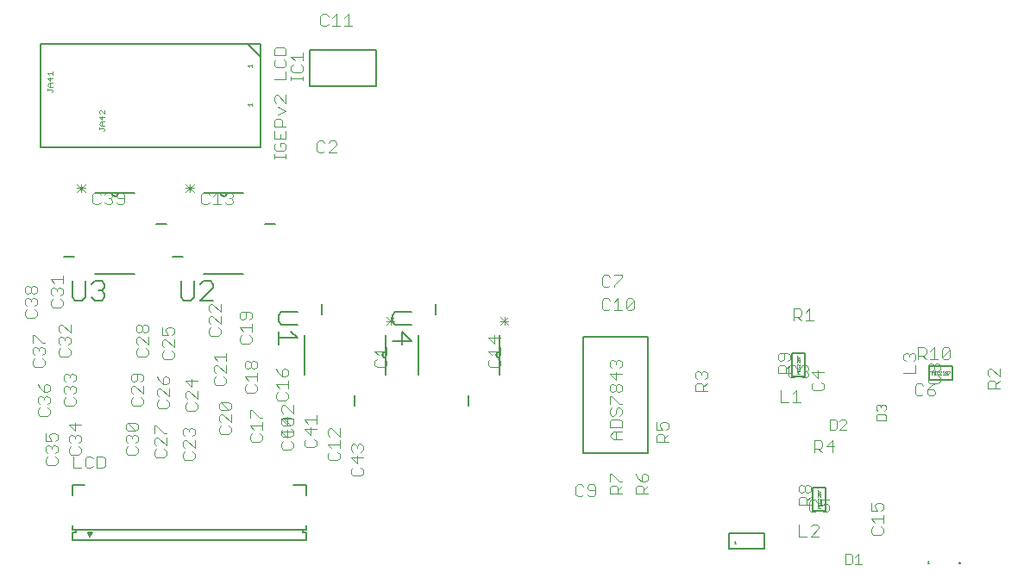
<source format=gtl>
G75*
G70*
%OFA0B0*%
%FSLAX24Y24*%
%IPPOS*%
%LPD*%
%AMOC8*
5,1,8,0,0,1.08239X$1,22.5*
%
%ADD10C,0.0050*%
%ADD11C,0.0040*%
%ADD12C,0.0020*%
%ADD13C,0.0010*%
%ADD14C,0.0060*%
%ADD15C,0.0030*%
%ADD16C,0.0080*%
D10*
X023400Y005350D02*
X025900Y005350D01*
X025900Y009850D01*
X023400Y009850D01*
X023400Y005350D01*
X029012Y002237D02*
X029012Y001647D01*
X030390Y001647D01*
X030390Y002237D01*
X029012Y002237D01*
X032249Y003099D02*
X032761Y003099D01*
X032761Y004004D01*
X032249Y004004D01*
X032249Y003099D01*
X031961Y008299D02*
X031449Y008299D01*
X031449Y009204D01*
X031961Y009204D01*
X031961Y008299D01*
X036749Y008189D02*
X037654Y008189D01*
X037654Y008701D01*
X036749Y008701D01*
X036749Y008189D01*
X010926Y017172D02*
X010926Y020672D01*
X010426Y021172D01*
X002426Y021172D01*
X002426Y017172D01*
X010926Y017172D01*
X010926Y020672D02*
X010926Y021172D01*
X010426Y021172D01*
D11*
X011446Y020962D02*
X011446Y020732D01*
X011906Y020732D01*
X011906Y020962D01*
X011829Y021039D01*
X011522Y021039D01*
X011446Y020962D01*
X011522Y020578D02*
X011446Y020501D01*
X011446Y020348D01*
X011522Y020271D01*
X011829Y020271D01*
X011906Y020348D01*
X011906Y020501D01*
X011829Y020578D01*
X012100Y020691D02*
X012560Y020691D01*
X012560Y020844D02*
X012560Y020537D01*
X012483Y020384D02*
X012560Y020307D01*
X012560Y020154D01*
X012483Y020077D01*
X012176Y020077D01*
X012100Y020154D01*
X012100Y020307D01*
X012176Y020384D01*
X012253Y020537D02*
X012100Y020691D01*
X011906Y020118D02*
X011906Y019811D01*
X011446Y019811D01*
X012100Y019847D02*
X012560Y019847D01*
X012560Y019923D02*
X012560Y019770D01*
X012100Y019770D02*
X012100Y019923D01*
X011906Y019197D02*
X011906Y018890D01*
X011599Y019197D01*
X011522Y019197D01*
X011446Y019120D01*
X011446Y018967D01*
X011522Y018890D01*
X011599Y018737D02*
X011906Y018583D01*
X011599Y018430D01*
X011522Y018276D02*
X011676Y018276D01*
X011753Y018199D01*
X011753Y017969D01*
X011906Y017969D02*
X011446Y017969D01*
X011446Y018199D01*
X011522Y018276D01*
X011446Y017816D02*
X011446Y017509D01*
X011906Y017509D01*
X011906Y017816D01*
X011676Y017662D02*
X011676Y017509D01*
X011676Y017355D02*
X011676Y017202D01*
X011676Y017355D02*
X011829Y017355D01*
X011906Y017279D01*
X011906Y017125D01*
X011829Y017049D01*
X011522Y017049D01*
X011446Y017125D01*
X011446Y017279D01*
X011522Y017355D01*
X011446Y016895D02*
X011446Y016742D01*
X011446Y016818D02*
X011906Y016818D01*
X011906Y016742D02*
X011906Y016895D01*
X013099Y017047D02*
X013176Y016970D01*
X013329Y016970D01*
X013406Y017047D01*
X013560Y016970D02*
X013867Y017277D01*
X013867Y017354D01*
X013790Y017430D01*
X013636Y017430D01*
X013560Y017354D01*
X013406Y017354D02*
X013329Y017430D01*
X013176Y017430D01*
X013099Y017354D01*
X013099Y017047D01*
X013560Y016970D02*
X013867Y016970D01*
X009867Y015354D02*
X009867Y015277D01*
X009790Y015200D01*
X009867Y015123D01*
X009867Y015047D01*
X009790Y014970D01*
X009636Y014970D01*
X009560Y015047D01*
X009406Y014970D02*
X009099Y014970D01*
X009253Y014970D02*
X009253Y015430D01*
X009099Y015277D01*
X008946Y015354D02*
X008869Y015430D01*
X008716Y015430D01*
X008639Y015354D01*
X008639Y015047D01*
X008716Y014970D01*
X008869Y014970D01*
X008946Y015047D01*
X009560Y015354D02*
X009636Y015430D01*
X009790Y015430D01*
X009867Y015354D01*
X009790Y015200D02*
X009713Y015200D01*
X005667Y015200D02*
X005436Y015200D01*
X005360Y015277D01*
X005360Y015354D01*
X005436Y015430D01*
X005590Y015430D01*
X005667Y015354D01*
X005667Y015047D01*
X005590Y014970D01*
X005436Y014970D01*
X005360Y015047D01*
X005206Y015047D02*
X005129Y014970D01*
X004976Y014970D01*
X004899Y015047D01*
X004746Y015047D02*
X004669Y014970D01*
X004516Y014970D01*
X004439Y015047D01*
X004439Y015354D01*
X004516Y015430D01*
X004669Y015430D01*
X004746Y015354D01*
X004899Y015354D02*
X004976Y015430D01*
X005129Y015430D01*
X005206Y015354D01*
X005206Y015277D01*
X005129Y015200D01*
X005206Y015123D01*
X005206Y015047D01*
X005129Y015200D02*
X005053Y015200D01*
X003280Y012217D02*
X003280Y011910D01*
X003280Y012063D02*
X002820Y012063D01*
X002973Y011910D01*
X002973Y011756D02*
X003050Y011679D01*
X003127Y011756D01*
X003203Y011756D01*
X003280Y011679D01*
X003280Y011526D01*
X003203Y011449D01*
X003203Y011296D02*
X003280Y011219D01*
X003280Y011066D01*
X003203Y010989D01*
X002896Y010989D01*
X002820Y011066D01*
X002820Y011219D01*
X002896Y011296D01*
X002896Y011449D02*
X002820Y011526D01*
X002820Y011679D01*
X002896Y011756D01*
X002973Y011756D01*
X003050Y011679D02*
X003050Y011603D01*
X002280Y011586D02*
X002203Y011510D01*
X002127Y011510D01*
X002050Y011586D01*
X002050Y011740D01*
X002127Y011817D01*
X002203Y011817D01*
X002280Y011740D01*
X002280Y011586D01*
X002050Y011586D02*
X001973Y011510D01*
X001896Y011510D01*
X001820Y011586D01*
X001820Y011740D01*
X001896Y011817D01*
X001973Y011817D01*
X002050Y011740D01*
X002127Y011356D02*
X002203Y011356D01*
X002280Y011279D01*
X002280Y011126D01*
X002203Y011049D01*
X002203Y010896D02*
X002280Y010819D01*
X002280Y010666D01*
X002203Y010589D01*
X001896Y010589D01*
X001820Y010666D01*
X001820Y010819D01*
X001896Y010896D01*
X001896Y011049D02*
X001820Y011126D01*
X001820Y011279D01*
X001896Y011356D01*
X001973Y011356D01*
X002050Y011279D01*
X002127Y011356D01*
X002050Y011279D02*
X002050Y011203D01*
X003120Y010240D02*
X003120Y010086D01*
X003196Y010010D01*
X003196Y009856D02*
X003120Y009779D01*
X003120Y009626D01*
X003196Y009549D01*
X003196Y009396D02*
X003120Y009319D01*
X003120Y009166D01*
X003196Y009089D01*
X003503Y009089D01*
X003580Y009166D01*
X003580Y009319D01*
X003503Y009396D01*
X003503Y009549D02*
X003580Y009626D01*
X003580Y009779D01*
X003503Y009856D01*
X003427Y009856D01*
X003350Y009779D01*
X003350Y009703D01*
X003350Y009779D02*
X003273Y009856D01*
X003196Y009856D01*
X003580Y010010D02*
X003273Y010317D01*
X003196Y010317D01*
X003120Y010240D01*
X003580Y010317D02*
X003580Y010010D01*
X002580Y009610D02*
X002503Y009610D01*
X002196Y009917D01*
X002120Y009917D01*
X002120Y009610D01*
X002196Y009456D02*
X002273Y009456D01*
X002350Y009379D01*
X002427Y009456D01*
X002503Y009456D01*
X002580Y009379D01*
X002580Y009226D01*
X002503Y009149D01*
X002503Y008996D02*
X002580Y008919D01*
X002580Y008766D01*
X002503Y008689D01*
X002196Y008689D01*
X002120Y008766D01*
X002120Y008919D01*
X002196Y008996D01*
X002196Y009149D02*
X002120Y009226D01*
X002120Y009379D01*
X002196Y009456D01*
X002350Y009379D02*
X002350Y009303D01*
X003320Y008340D02*
X003396Y008417D01*
X003473Y008417D01*
X003550Y008340D01*
X003627Y008417D01*
X003703Y008417D01*
X003780Y008340D01*
X003780Y008186D01*
X003703Y008110D01*
X003703Y007956D02*
X003780Y007879D01*
X003780Y007726D01*
X003703Y007649D01*
X003703Y007496D02*
X003780Y007419D01*
X003780Y007266D01*
X003703Y007189D01*
X003396Y007189D01*
X003320Y007266D01*
X003320Y007419D01*
X003396Y007496D01*
X003396Y007649D02*
X003320Y007726D01*
X003320Y007879D01*
X003396Y007956D01*
X003473Y007956D01*
X003550Y007879D01*
X003627Y007956D01*
X003703Y007956D01*
X003550Y007879D02*
X003550Y007803D01*
X003396Y008110D02*
X003320Y008186D01*
X003320Y008340D01*
X003550Y008340D02*
X003550Y008263D01*
X002780Y007940D02*
X002780Y007786D01*
X002703Y007710D01*
X002550Y007710D01*
X002550Y007940D01*
X002627Y008017D01*
X002703Y008017D01*
X002780Y007940D01*
X002550Y007710D02*
X002396Y007863D01*
X002320Y008017D01*
X002396Y007556D02*
X002473Y007556D01*
X002550Y007479D01*
X002627Y007556D01*
X002703Y007556D01*
X002780Y007479D01*
X002780Y007326D01*
X002703Y007249D01*
X002703Y007096D02*
X002780Y007019D01*
X002780Y006866D01*
X002703Y006789D01*
X002396Y006789D01*
X002320Y006866D01*
X002320Y007019D01*
X002396Y007096D01*
X002396Y007249D02*
X002320Y007326D01*
X002320Y007479D01*
X002396Y007556D01*
X002550Y007479D02*
X002550Y007403D01*
X003750Y006517D02*
X003750Y006210D01*
X003520Y006440D01*
X003980Y006440D01*
X003903Y006056D02*
X003980Y005979D01*
X003980Y005826D01*
X003903Y005749D01*
X003903Y005596D02*
X003980Y005519D01*
X003980Y005366D01*
X003903Y005289D01*
X003596Y005289D01*
X003520Y005366D01*
X003520Y005519D01*
X003596Y005596D01*
X003596Y005749D02*
X003520Y005826D01*
X003520Y005979D01*
X003596Y006056D01*
X003673Y006056D01*
X003750Y005979D01*
X003827Y006056D01*
X003903Y006056D01*
X003750Y005979D02*
X003750Y005903D01*
X003080Y005886D02*
X003003Y005810D01*
X003080Y005886D02*
X003080Y006040D01*
X003003Y006117D01*
X002850Y006117D01*
X002773Y006040D01*
X002773Y005963D01*
X002850Y005810D01*
X002620Y005810D01*
X002620Y006117D01*
X002696Y005656D02*
X002773Y005656D01*
X002850Y005579D01*
X002927Y005656D01*
X003003Y005656D01*
X003080Y005579D01*
X003080Y005426D01*
X003003Y005349D01*
X003003Y005196D02*
X003080Y005119D01*
X003080Y004966D01*
X003003Y004889D01*
X002696Y004889D01*
X002620Y004966D01*
X002620Y005119D01*
X002696Y005196D01*
X002696Y005349D02*
X002620Y005426D01*
X002620Y005579D01*
X002696Y005656D01*
X002850Y005579D02*
X002850Y005503D01*
X003682Y005224D02*
X003682Y004763D01*
X003989Y004763D01*
X004143Y004840D02*
X004143Y005147D01*
X004219Y005224D01*
X004373Y005224D01*
X004450Y005147D01*
X004603Y005224D02*
X004603Y004763D01*
X004833Y004763D01*
X004910Y004840D01*
X004910Y005147D01*
X004833Y005224D01*
X004603Y005224D01*
X004450Y004840D02*
X004373Y004763D01*
X004219Y004763D01*
X004143Y004840D01*
X005720Y005366D02*
X005796Y005289D01*
X006103Y005289D01*
X006180Y005366D01*
X006180Y005519D01*
X006103Y005596D01*
X006103Y005749D02*
X006180Y005826D01*
X006180Y005979D01*
X006103Y006056D01*
X006027Y006056D01*
X005950Y005979D01*
X005950Y005903D01*
X005950Y005979D02*
X005873Y006056D01*
X005796Y006056D01*
X005720Y005979D01*
X005720Y005826D01*
X005796Y005749D01*
X005796Y005596D02*
X005720Y005519D01*
X005720Y005366D01*
X005796Y006210D02*
X005720Y006286D01*
X005720Y006440D01*
X005796Y006517D01*
X006103Y006210D01*
X006180Y006286D01*
X006180Y006440D01*
X006103Y006517D01*
X005796Y006517D01*
X005796Y006210D02*
X006103Y006210D01*
X006820Y006110D02*
X006820Y006417D01*
X006896Y006417D01*
X007203Y006110D01*
X007280Y006110D01*
X007280Y005956D02*
X007280Y005649D01*
X006973Y005956D01*
X006896Y005956D01*
X006820Y005879D01*
X006820Y005726D01*
X006896Y005649D01*
X006896Y005496D02*
X006820Y005419D01*
X006820Y005266D01*
X006896Y005189D01*
X007203Y005189D01*
X007280Y005266D01*
X007280Y005419D01*
X007203Y005496D01*
X007920Y005626D02*
X007920Y005779D01*
X007996Y005856D01*
X008073Y005856D01*
X008380Y005549D01*
X008380Y005856D01*
X008303Y006010D02*
X008380Y006086D01*
X008380Y006240D01*
X008303Y006317D01*
X008227Y006317D01*
X008150Y006240D01*
X008150Y006163D01*
X008150Y006240D02*
X008073Y006317D01*
X007996Y006317D01*
X007920Y006240D01*
X007920Y006086D01*
X007996Y006010D01*
X007920Y005626D02*
X007996Y005549D01*
X007996Y005396D02*
X007920Y005319D01*
X007920Y005166D01*
X007996Y005089D01*
X008303Y005089D01*
X008380Y005166D01*
X008380Y005319D01*
X008303Y005396D01*
X009320Y006166D02*
X009396Y006089D01*
X009703Y006089D01*
X009780Y006166D01*
X009780Y006319D01*
X009703Y006396D01*
X009780Y006549D02*
X009473Y006856D01*
X009396Y006856D01*
X009320Y006779D01*
X009320Y006626D01*
X009396Y006549D01*
X009396Y006396D02*
X009320Y006319D01*
X009320Y006166D01*
X009780Y006549D02*
X009780Y006856D01*
X009703Y007010D02*
X009396Y007317D01*
X009703Y007317D01*
X009780Y007240D01*
X009780Y007086D01*
X009703Y007010D01*
X009396Y007010D01*
X009320Y007086D01*
X009320Y007240D01*
X009396Y007317D01*
X009503Y007989D02*
X009580Y008066D01*
X009580Y008219D01*
X009503Y008296D01*
X009580Y008449D02*
X009273Y008756D01*
X009196Y008756D01*
X009120Y008679D01*
X009120Y008526D01*
X009196Y008449D01*
X009196Y008296D02*
X009120Y008219D01*
X009120Y008066D01*
X009196Y007989D01*
X009503Y007989D01*
X009580Y008449D02*
X009580Y008756D01*
X009580Y008910D02*
X009580Y009217D01*
X009580Y009063D02*
X009120Y009063D01*
X009273Y008910D01*
X010320Y008840D02*
X010320Y008686D01*
X010396Y008610D01*
X010473Y008610D01*
X010550Y008686D01*
X010550Y008840D01*
X010627Y008917D01*
X010703Y008917D01*
X010780Y008840D01*
X010780Y008686D01*
X010703Y008610D01*
X010627Y008610D01*
X010550Y008686D01*
X010550Y008840D02*
X010473Y008917D01*
X010396Y008917D01*
X010320Y008840D01*
X010780Y008456D02*
X010780Y008149D01*
X010780Y008303D02*
X010320Y008303D01*
X010473Y008149D01*
X010396Y007996D02*
X010320Y007919D01*
X010320Y007766D01*
X010396Y007689D01*
X010703Y007689D01*
X010780Y007766D01*
X010780Y007919D01*
X010703Y007996D01*
X011520Y008003D02*
X011980Y008003D01*
X011980Y008156D02*
X011980Y007849D01*
X011903Y007696D02*
X011980Y007619D01*
X011980Y007466D01*
X011903Y007389D01*
X011596Y007389D01*
X011520Y007466D01*
X011520Y007619D01*
X011596Y007696D01*
X011673Y007849D02*
X011520Y008003D01*
X011750Y008310D02*
X011750Y008540D01*
X011827Y008617D01*
X011903Y008617D01*
X011980Y008540D01*
X011980Y008386D01*
X011903Y008310D01*
X011750Y008310D01*
X011596Y008463D01*
X011520Y008617D01*
X010503Y009589D02*
X010196Y009589D01*
X010120Y009666D01*
X010120Y009819D01*
X010196Y009896D01*
X010273Y010049D02*
X010120Y010203D01*
X010580Y010203D01*
X010580Y010356D02*
X010580Y010049D01*
X010503Y009896D02*
X010580Y009819D01*
X010580Y009666D01*
X010503Y009589D01*
X009380Y009966D02*
X009380Y010119D01*
X009303Y010196D01*
X009380Y010349D02*
X009073Y010656D01*
X008996Y010656D01*
X008920Y010579D01*
X008920Y010426D01*
X008996Y010349D01*
X008996Y010196D02*
X008920Y010119D01*
X008920Y009966D01*
X008996Y009889D01*
X009303Y009889D01*
X009380Y009966D01*
X009380Y010349D02*
X009380Y010656D01*
X009380Y010810D02*
X009073Y011117D01*
X008996Y011117D01*
X008920Y011040D01*
X008920Y010886D01*
X008996Y010810D01*
X009380Y010810D02*
X009380Y011117D01*
X010120Y010740D02*
X010120Y010586D01*
X010196Y010510D01*
X010273Y010510D01*
X010350Y010586D01*
X010350Y010817D01*
X010503Y010817D02*
X010196Y010817D01*
X010120Y010740D01*
X010503Y010817D02*
X010580Y010740D01*
X010580Y010586D01*
X010503Y010510D01*
X007580Y010140D02*
X007580Y009986D01*
X007503Y009910D01*
X007350Y009910D02*
X007273Y010063D01*
X007273Y010140D01*
X007350Y010217D01*
X007503Y010217D01*
X007580Y010140D01*
X007350Y009910D02*
X007120Y009910D01*
X007120Y010217D01*
X006580Y010240D02*
X006580Y010086D01*
X006503Y010010D01*
X006427Y010010D01*
X006350Y010086D01*
X006350Y010240D01*
X006427Y010317D01*
X006503Y010317D01*
X006580Y010240D01*
X006350Y010240D02*
X006273Y010317D01*
X006196Y010317D01*
X006120Y010240D01*
X006120Y010086D01*
X006196Y010010D01*
X006273Y010010D01*
X006350Y010086D01*
X006273Y009856D02*
X006196Y009856D01*
X006120Y009779D01*
X006120Y009626D01*
X006196Y009549D01*
X006196Y009396D02*
X006120Y009319D01*
X006120Y009166D01*
X006196Y009089D01*
X006503Y009089D01*
X006580Y009166D01*
X006580Y009319D01*
X006503Y009396D01*
X006580Y009549D02*
X006273Y009856D01*
X006580Y009856D02*
X006580Y009549D01*
X007120Y009526D02*
X007120Y009679D01*
X007196Y009756D01*
X007273Y009756D01*
X007580Y009449D01*
X007580Y009756D01*
X007196Y009449D02*
X007120Y009526D01*
X007196Y009296D02*
X007120Y009219D01*
X007120Y009066D01*
X007196Y008989D01*
X007503Y008989D01*
X007580Y009066D01*
X007580Y009219D01*
X007503Y009296D01*
X007303Y008317D02*
X007227Y008317D01*
X007150Y008240D01*
X007150Y008010D01*
X007303Y008010D01*
X007380Y008086D01*
X007380Y008240D01*
X007303Y008317D01*
X006996Y008163D02*
X007150Y008010D01*
X007073Y007856D02*
X006996Y007856D01*
X006920Y007779D01*
X006920Y007626D01*
X006996Y007549D01*
X006996Y007396D02*
X006920Y007319D01*
X006920Y007166D01*
X006996Y007089D01*
X007303Y007089D01*
X007380Y007166D01*
X007380Y007319D01*
X007303Y007396D01*
X007380Y007549D02*
X007073Y007856D01*
X007380Y007856D02*
X007380Y007549D01*
X008020Y007526D02*
X008096Y007449D01*
X008020Y007526D02*
X008020Y007679D01*
X008096Y007756D01*
X008173Y007756D01*
X008480Y007449D01*
X008480Y007756D01*
X008250Y007910D02*
X008250Y008217D01*
X008480Y008140D02*
X008020Y008140D01*
X008250Y007910D01*
X008403Y007296D02*
X008480Y007219D01*
X008480Y007066D01*
X008403Y006989D01*
X008096Y006989D01*
X008020Y007066D01*
X008020Y007219D01*
X008096Y007296D01*
X006996Y008163D02*
X006920Y008317D01*
X006380Y008340D02*
X006380Y008186D01*
X006303Y008110D01*
X006150Y008186D02*
X006150Y008417D01*
X006303Y008417D02*
X005996Y008417D01*
X005920Y008340D01*
X005920Y008186D01*
X005996Y008110D01*
X006073Y008110D01*
X006150Y008186D01*
X006073Y007956D02*
X005996Y007956D01*
X005920Y007879D01*
X005920Y007726D01*
X005996Y007649D01*
X005996Y007496D02*
X005920Y007419D01*
X005920Y007266D01*
X005996Y007189D01*
X006303Y007189D01*
X006380Y007266D01*
X006380Y007419D01*
X006303Y007496D01*
X006380Y007649D02*
X006073Y007956D01*
X006380Y007956D02*
X006380Y007649D01*
X006380Y008340D02*
X006303Y008417D01*
X010520Y007017D02*
X010520Y006710D01*
X010520Y006403D02*
X010980Y006403D01*
X010980Y006556D02*
X010980Y006249D01*
X010903Y006096D02*
X010980Y006019D01*
X010980Y005866D01*
X010903Y005789D01*
X010596Y005789D01*
X010520Y005866D01*
X010520Y006019D01*
X010596Y006096D01*
X010673Y006249D02*
X010520Y006403D01*
X010903Y006710D02*
X010980Y006710D01*
X010903Y006710D02*
X010596Y007017D01*
X010520Y007017D01*
X011720Y006968D02*
X011796Y006891D01*
X011720Y006968D02*
X011720Y007121D01*
X011796Y007198D01*
X011873Y007198D01*
X012180Y006891D01*
X012180Y007198D01*
X012103Y006717D02*
X011796Y006717D01*
X012103Y006410D01*
X012180Y006486D01*
X012180Y006640D01*
X012103Y006717D01*
X012180Y006661D02*
X011720Y006661D01*
X011950Y006430D01*
X011950Y006737D01*
X011796Y006717D02*
X011720Y006640D01*
X011720Y006486D01*
X011796Y006410D01*
X012103Y006410D01*
X012103Y006277D02*
X012180Y006200D01*
X012180Y006047D01*
X012103Y005970D01*
X011796Y005970D01*
X011720Y006047D01*
X011720Y006200D01*
X011796Y006277D01*
X011720Y006179D02*
X011950Y005949D01*
X011950Y006256D01*
X012180Y006179D02*
X011720Y006179D01*
X011796Y005796D02*
X011720Y005719D01*
X011720Y005566D01*
X011796Y005489D01*
X012103Y005489D01*
X012180Y005566D01*
X012180Y005719D01*
X012103Y005796D01*
X012620Y005800D02*
X012620Y005647D01*
X012696Y005570D01*
X013003Y005570D01*
X013080Y005647D01*
X013080Y005800D01*
X013003Y005877D01*
X012850Y006030D02*
X012850Y006337D01*
X012773Y006491D02*
X012620Y006644D01*
X013080Y006644D01*
X013080Y006491D02*
X013080Y006798D01*
X013080Y006261D02*
X012620Y006261D01*
X012850Y006030D01*
X012696Y005877D02*
X012620Y005800D01*
X013520Y005684D02*
X013980Y005684D01*
X013980Y005837D02*
X013980Y005530D01*
X013903Y005377D02*
X013980Y005300D01*
X013980Y005147D01*
X013903Y005070D01*
X013596Y005070D01*
X013520Y005147D01*
X013520Y005300D01*
X013596Y005377D01*
X013673Y005530D02*
X013520Y005684D01*
X013596Y005991D02*
X013520Y006068D01*
X013520Y006221D01*
X013596Y006298D01*
X013673Y006298D01*
X013980Y005991D01*
X013980Y006298D01*
X014496Y005698D02*
X014573Y005698D01*
X014650Y005621D01*
X014727Y005698D01*
X014803Y005698D01*
X014880Y005621D01*
X014880Y005468D01*
X014803Y005391D01*
X014650Y005544D02*
X014650Y005621D01*
X014496Y005698D02*
X014420Y005621D01*
X014420Y005468D01*
X014496Y005391D01*
X014650Y005237D02*
X014650Y004930D01*
X014420Y005161D01*
X014880Y005161D01*
X014803Y004777D02*
X014880Y004700D01*
X014880Y004547D01*
X014803Y004470D01*
X014496Y004470D01*
X014420Y004547D01*
X014420Y004700D01*
X014496Y004777D01*
X015416Y008670D02*
X015723Y008670D01*
X015800Y008747D01*
X015800Y008900D01*
X015723Y008977D01*
X015800Y009130D02*
X015800Y009437D01*
X015800Y009284D02*
X015340Y009284D01*
X015493Y009130D01*
X015416Y008977D02*
X015340Y008900D01*
X015340Y008747D01*
X015416Y008670D01*
X019720Y008747D02*
X019796Y008670D01*
X020103Y008670D01*
X020180Y008747D01*
X020180Y008900D01*
X020103Y008977D01*
X020180Y009130D02*
X020180Y009437D01*
X020180Y009284D02*
X019720Y009284D01*
X019873Y009130D01*
X019796Y008977D02*
X019720Y008900D01*
X019720Y008747D01*
X019950Y009591D02*
X019950Y009898D01*
X020180Y009821D02*
X019720Y009821D01*
X019950Y009591D01*
X024120Y010947D02*
X024197Y010870D01*
X024350Y010870D01*
X024427Y010947D01*
X024580Y010870D02*
X024887Y010870D01*
X024734Y010870D02*
X024734Y011330D01*
X024580Y011177D01*
X024427Y011254D02*
X024350Y011330D01*
X024197Y011330D01*
X024120Y011254D01*
X024120Y010947D01*
X025041Y010947D02*
X025118Y010870D01*
X025271Y010870D01*
X025348Y010947D01*
X025348Y011254D01*
X025041Y010947D01*
X025041Y011254D01*
X025118Y011330D01*
X025271Y011330D01*
X025348Y011254D01*
X024580Y011770D02*
X024580Y011847D01*
X024887Y012154D01*
X024887Y012230D01*
X024580Y012230D01*
X024427Y012154D02*
X024350Y012230D01*
X024197Y012230D01*
X024120Y012154D01*
X024120Y011847D01*
X024197Y011770D01*
X024350Y011770D01*
X024427Y011847D01*
X024496Y008939D02*
X024573Y008939D01*
X024650Y008863D01*
X024727Y008939D01*
X024803Y008939D01*
X024880Y008863D01*
X024880Y008709D01*
X024803Y008632D01*
X024650Y008479D02*
X024650Y008172D01*
X024420Y008402D01*
X024880Y008402D01*
X024496Y008632D02*
X024420Y008709D01*
X024420Y008863D01*
X024496Y008939D01*
X024650Y008863D02*
X024650Y008786D01*
X024727Y008018D02*
X024803Y008018D01*
X024880Y007942D01*
X024880Y007788D01*
X024803Y007712D01*
X024727Y007712D01*
X024650Y007788D01*
X024650Y007942D01*
X024727Y008018D01*
X024650Y007942D02*
X024573Y008018D01*
X024496Y008018D01*
X024420Y007942D01*
X024420Y007788D01*
X024496Y007712D01*
X024573Y007712D01*
X024650Y007788D01*
X024496Y007558D02*
X024803Y007251D01*
X024880Y007251D01*
X024803Y007098D02*
X024880Y007021D01*
X024880Y006868D01*
X024803Y006791D01*
X024803Y006637D02*
X024496Y006637D01*
X024420Y006561D01*
X024420Y006330D01*
X024880Y006330D01*
X024880Y006561D01*
X024803Y006637D01*
X024573Y006791D02*
X024650Y006868D01*
X024650Y007021D01*
X024727Y007098D01*
X024803Y007098D01*
X024496Y007098D02*
X024420Y007021D01*
X024420Y006868D01*
X024496Y006791D01*
X024573Y006791D01*
X024420Y007251D02*
X024420Y007558D01*
X024496Y007558D01*
X026220Y006537D02*
X026220Y006230D01*
X026450Y006230D01*
X026373Y006384D01*
X026373Y006461D01*
X026450Y006537D01*
X026603Y006537D01*
X026680Y006461D01*
X026680Y006307D01*
X026603Y006230D01*
X026680Y006077D02*
X026527Y005923D01*
X026527Y006000D02*
X026527Y005770D01*
X026680Y005770D02*
X026220Y005770D01*
X026220Y006000D01*
X026296Y006077D01*
X026450Y006077D01*
X026527Y006000D01*
X024880Y005870D02*
X024573Y005870D01*
X024420Y006023D01*
X024573Y006177D01*
X024880Y006177D01*
X024650Y006177D02*
X024650Y005870D01*
X024496Y004537D02*
X024803Y004230D01*
X024880Y004230D01*
X024880Y004077D02*
X024727Y003923D01*
X024727Y004000D02*
X024727Y003770D01*
X024880Y003770D02*
X024420Y003770D01*
X024420Y004000D01*
X024496Y004077D01*
X024650Y004077D01*
X024727Y004000D01*
X024420Y004230D02*
X024420Y004537D01*
X024496Y004537D01*
X023867Y004054D02*
X023790Y004130D01*
X023636Y004130D01*
X023560Y004054D01*
X023560Y003977D01*
X023636Y003900D01*
X023867Y003900D01*
X023867Y003747D02*
X023867Y004054D01*
X023867Y003747D02*
X023790Y003670D01*
X023636Y003670D01*
X023560Y003747D01*
X023406Y003747D02*
X023329Y003670D01*
X023176Y003670D01*
X023099Y003747D01*
X023099Y004054D01*
X023176Y004130D01*
X023329Y004130D01*
X023406Y004054D01*
X025420Y004000D02*
X025420Y003770D01*
X025880Y003770D01*
X025727Y003770D02*
X025727Y004000D01*
X025650Y004077D01*
X025496Y004077D01*
X025420Y004000D01*
X025727Y003923D02*
X025880Y004077D01*
X025803Y004230D02*
X025880Y004307D01*
X025880Y004461D01*
X025803Y004537D01*
X025727Y004537D01*
X025650Y004461D01*
X025650Y004230D01*
X025803Y004230D01*
X025650Y004230D02*
X025496Y004384D01*
X025420Y004537D01*
X027720Y007749D02*
X027720Y007979D01*
X027796Y008056D01*
X027950Y008056D01*
X028027Y007979D01*
X028027Y007749D01*
X028180Y007749D02*
X027720Y007749D01*
X028027Y007903D02*
X028180Y008056D01*
X028103Y008210D02*
X028180Y008286D01*
X028180Y008440D01*
X028103Y008517D01*
X028027Y008517D01*
X027950Y008440D01*
X027950Y008363D01*
X027950Y008440D02*
X027873Y008517D01*
X027796Y008517D01*
X027720Y008440D01*
X027720Y008286D01*
X027796Y008210D01*
X030920Y008449D02*
X030920Y008679D01*
X030996Y008756D01*
X031150Y008756D01*
X031227Y008679D01*
X031227Y008449D01*
X031320Y008347D02*
X031397Y008270D01*
X031550Y008270D01*
X031627Y008347D01*
X031780Y008347D02*
X031857Y008270D01*
X032011Y008270D01*
X032087Y008347D01*
X032087Y008423D01*
X032011Y008500D01*
X031934Y008500D01*
X032011Y008500D02*
X032087Y008577D01*
X032087Y008654D01*
X032011Y008730D01*
X031857Y008730D01*
X031780Y008654D01*
X031627Y008654D02*
X031550Y008730D01*
X031397Y008730D01*
X031320Y008654D01*
X031320Y008347D01*
X031380Y008449D02*
X030920Y008449D01*
X031227Y008603D02*
X031380Y008756D01*
X031303Y008910D02*
X031380Y008986D01*
X031380Y009140D01*
X031303Y009217D01*
X030996Y009217D01*
X030920Y009140D01*
X030920Y008986D01*
X030996Y008910D01*
X031073Y008910D01*
X031150Y008986D01*
X031150Y009217D01*
X032220Y008461D02*
X032450Y008230D01*
X032450Y008537D01*
X032680Y008461D02*
X032220Y008461D01*
X032296Y008077D02*
X032220Y008000D01*
X032220Y007847D01*
X032296Y007770D01*
X032603Y007770D01*
X032680Y007847D01*
X032680Y008000D01*
X032603Y008077D01*
X031634Y007780D02*
X031634Y007320D01*
X031787Y007320D02*
X031480Y007320D01*
X031327Y007320D02*
X031020Y007320D01*
X031020Y007780D01*
X031480Y007627D02*
X031634Y007780D01*
X032320Y005830D02*
X032550Y005830D01*
X032627Y005754D01*
X032627Y005600D01*
X032550Y005523D01*
X032320Y005523D01*
X032320Y005370D02*
X032320Y005830D01*
X032473Y005523D02*
X032627Y005370D01*
X032780Y005600D02*
X033087Y005600D01*
X033011Y005370D02*
X033011Y005830D01*
X032780Y005600D01*
X032103Y004117D02*
X032180Y004040D01*
X032180Y003886D01*
X032103Y003810D01*
X032027Y003810D01*
X031950Y003886D01*
X031950Y004040D01*
X032027Y004117D01*
X032103Y004117D01*
X031950Y004040D02*
X031873Y004117D01*
X031796Y004117D01*
X031720Y004040D01*
X031720Y003886D01*
X031796Y003810D01*
X031873Y003810D01*
X031950Y003886D01*
X031950Y003656D02*
X032027Y003579D01*
X032027Y003349D01*
X032120Y003454D02*
X032120Y003147D01*
X032197Y003070D01*
X032350Y003070D01*
X032427Y003147D01*
X032580Y003147D02*
X032657Y003070D01*
X032811Y003070D01*
X032887Y003147D01*
X032887Y003300D01*
X032811Y003377D01*
X032734Y003377D01*
X032580Y003300D01*
X032580Y003530D01*
X032887Y003530D01*
X032427Y003454D02*
X032350Y003530D01*
X032197Y003530D01*
X032120Y003454D01*
X032027Y003503D02*
X032180Y003656D01*
X031950Y003656D02*
X031796Y003656D01*
X031720Y003579D01*
X031720Y003349D01*
X032180Y003349D01*
X032257Y002580D02*
X032180Y002504D01*
X032257Y002580D02*
X032411Y002580D01*
X032487Y002504D01*
X032487Y002427D01*
X032180Y002120D01*
X032487Y002120D01*
X032027Y002120D02*
X031720Y002120D01*
X031720Y002580D01*
X034520Y002419D02*
X034520Y002266D01*
X034596Y002189D01*
X034903Y002189D01*
X034980Y002266D01*
X034980Y002419D01*
X034903Y002496D01*
X034980Y002649D02*
X034980Y002956D01*
X034980Y002803D02*
X034520Y002803D01*
X034673Y002649D01*
X034596Y002496D02*
X034520Y002419D01*
X034520Y003110D02*
X034750Y003110D01*
X034673Y003263D01*
X034673Y003340D01*
X034750Y003417D01*
X034903Y003417D01*
X034980Y003340D01*
X034980Y003186D01*
X034903Y003110D01*
X034520Y003110D02*
X034520Y003417D01*
X036297Y007570D02*
X036450Y007570D01*
X036527Y007647D01*
X036680Y007647D02*
X036757Y007570D01*
X036911Y007570D01*
X036987Y007647D01*
X036987Y007723D01*
X036911Y007800D01*
X036680Y007800D01*
X036680Y007647D01*
X036680Y007800D02*
X036834Y007954D01*
X036987Y008030D01*
X037103Y008049D02*
X037180Y008126D01*
X037180Y008279D01*
X037103Y008356D01*
X037103Y008510D02*
X037027Y008510D01*
X036950Y008586D01*
X036950Y008740D01*
X037027Y008817D01*
X037103Y008817D01*
X037180Y008740D01*
X037180Y008586D01*
X037103Y008510D01*
X036950Y008586D02*
X036873Y008510D01*
X036796Y008510D01*
X036720Y008586D01*
X036720Y008740D01*
X036796Y008817D01*
X036873Y008817D01*
X036950Y008740D01*
X036953Y008970D02*
X036953Y009430D01*
X036799Y009277D01*
X036646Y009354D02*
X036569Y009430D01*
X036339Y009430D01*
X036339Y008970D01*
X036230Y008986D02*
X036230Y009140D01*
X036153Y009217D01*
X036077Y009217D01*
X036000Y009140D01*
X036000Y009063D01*
X036000Y009140D02*
X035923Y009217D01*
X035846Y009217D01*
X035770Y009140D01*
X035770Y008986D01*
X035846Y008910D01*
X036153Y008910D02*
X036230Y008986D01*
X036339Y009123D02*
X036569Y009123D01*
X036646Y009200D01*
X036646Y009354D01*
X036492Y009123D02*
X036646Y008970D01*
X036799Y008970D02*
X037106Y008970D01*
X037260Y009047D02*
X037260Y009354D01*
X037336Y009430D01*
X037490Y009430D01*
X037567Y009354D01*
X037260Y009047D01*
X037336Y008970D01*
X037490Y008970D01*
X037567Y009047D01*
X037567Y009354D01*
X036796Y008356D02*
X036720Y008279D01*
X036720Y008126D01*
X036796Y008049D01*
X037103Y008049D01*
X036527Y007954D02*
X036450Y008030D01*
X036297Y008030D01*
X036220Y007954D01*
X036220Y007647D01*
X036297Y007570D01*
X036230Y008449D02*
X035770Y008449D01*
X036230Y008449D02*
X036230Y008756D01*
X039020Y008540D02*
X039020Y008386D01*
X039096Y008310D01*
X039096Y008156D02*
X039250Y008156D01*
X039327Y008079D01*
X039327Y007849D01*
X039480Y007849D02*
X039020Y007849D01*
X039020Y008079D01*
X039096Y008156D01*
X039327Y008003D02*
X039480Y008156D01*
X039480Y008310D02*
X039173Y008617D01*
X039096Y008617D01*
X039020Y008540D01*
X039480Y008617D02*
X039480Y008310D01*
X032287Y010470D02*
X031980Y010470D01*
X031827Y010470D02*
X031673Y010623D01*
X031750Y010623D02*
X031520Y010623D01*
X031520Y010470D02*
X031520Y010930D01*
X031750Y010930D01*
X031827Y010854D01*
X031827Y010700D01*
X031750Y010623D01*
X031980Y010777D02*
X032134Y010930D01*
X032134Y010470D01*
X014467Y021870D02*
X014160Y021870D01*
X014313Y021870D02*
X014313Y022330D01*
X014160Y022177D01*
X014006Y021870D02*
X013699Y021870D01*
X013853Y021870D02*
X013853Y022330D01*
X013699Y022177D01*
X013546Y022254D02*
X013469Y022330D01*
X013316Y022330D01*
X013239Y022254D01*
X013239Y021947D01*
X013316Y021870D01*
X013469Y021870D01*
X013546Y021947D01*
D12*
X004906Y018608D02*
X004906Y018461D01*
X004759Y018608D01*
X004722Y018608D01*
X004686Y018571D01*
X004686Y018498D01*
X004722Y018461D01*
X004796Y018387D02*
X004796Y018240D01*
X004686Y018350D01*
X004906Y018350D01*
X004906Y018166D02*
X004759Y018166D01*
X004686Y018092D01*
X004759Y018019D01*
X004906Y018019D01*
X004796Y018019D02*
X004796Y018166D01*
X004686Y017945D02*
X004686Y017871D01*
X004686Y017908D02*
X004869Y017908D01*
X004906Y017871D01*
X004906Y017835D01*
X004869Y017798D01*
X002906Y019335D02*
X002906Y019371D01*
X002869Y019408D01*
X002686Y019408D01*
X002686Y019371D02*
X002686Y019445D01*
X002759Y019519D02*
X002686Y019592D01*
X002759Y019666D01*
X002906Y019666D01*
X002796Y019666D02*
X002796Y019519D01*
X002759Y019519D02*
X002906Y019519D01*
X002906Y019335D02*
X002869Y019298D01*
X002796Y019740D02*
X002796Y019887D01*
X002759Y019961D02*
X002686Y020034D01*
X002906Y020034D01*
X002906Y019961D02*
X002906Y020108D01*
X002906Y019850D02*
X002686Y019850D01*
X002796Y019740D01*
D13*
X010431Y020330D02*
X010581Y020330D01*
X010581Y020280D02*
X010581Y020380D01*
X010481Y020280D02*
X010431Y020330D01*
X010581Y018880D02*
X010581Y018780D01*
X010581Y018830D02*
X010431Y018830D01*
X010481Y018780D01*
X031649Y009121D02*
X031649Y009048D01*
X031667Y009011D02*
X031685Y009011D01*
X031704Y008993D01*
X031704Y008956D01*
X031685Y008938D01*
X031667Y008938D01*
X031649Y008956D01*
X031649Y008993D01*
X031667Y009011D01*
X031704Y008993D02*
X031722Y009011D01*
X031740Y009011D01*
X031759Y008993D01*
X031759Y008956D01*
X031740Y008938D01*
X031722Y008938D01*
X031704Y008956D01*
X031685Y008900D02*
X031667Y008900D01*
X031649Y008882D01*
X031649Y008845D01*
X031667Y008827D01*
X031667Y008790D02*
X031649Y008772D01*
X031649Y008735D01*
X031667Y008717D01*
X031667Y008679D02*
X031649Y008661D01*
X031649Y008624D01*
X031667Y008606D01*
X031740Y008606D01*
X031759Y008624D01*
X031759Y008661D01*
X031740Y008679D01*
X031759Y008717D02*
X031685Y008790D01*
X031667Y008790D01*
X031759Y008790D02*
X031759Y008717D01*
X031759Y008827D02*
X031685Y008900D01*
X031759Y008900D02*
X031759Y008827D01*
X031740Y009048D02*
X031759Y009048D01*
X031740Y009048D02*
X031667Y009121D01*
X031649Y009121D01*
X031649Y008569D02*
X031649Y008532D01*
X031649Y008551D02*
X031759Y008551D01*
X031759Y008569D02*
X031759Y008532D01*
X031759Y008495D02*
X031649Y008495D01*
X031685Y008459D01*
X031649Y008422D01*
X031759Y008422D01*
X036872Y008391D02*
X036872Y008501D01*
X036909Y008465D01*
X036945Y008501D01*
X036945Y008391D01*
X036982Y008391D02*
X037019Y008391D01*
X037001Y008391D02*
X037001Y008501D01*
X037019Y008501D02*
X036982Y008501D01*
X037056Y008483D02*
X037056Y008410D01*
X037074Y008391D01*
X037111Y008391D01*
X037129Y008410D01*
X037167Y008391D02*
X037240Y008465D01*
X037240Y008483D01*
X037222Y008501D01*
X037185Y008501D01*
X037167Y008483D01*
X037129Y008483D02*
X037111Y008501D01*
X037074Y008501D01*
X037056Y008483D01*
X037167Y008391D02*
X037240Y008391D01*
X037277Y008391D02*
X037350Y008465D01*
X037350Y008483D01*
X037332Y008501D01*
X037295Y008501D01*
X037277Y008483D01*
X037277Y008391D02*
X037350Y008391D01*
X037388Y008410D02*
X037388Y008428D01*
X037406Y008446D01*
X037443Y008446D01*
X037461Y008428D01*
X037461Y008410D01*
X037443Y008391D01*
X037406Y008391D01*
X037388Y008410D01*
X037406Y008446D02*
X037388Y008465D01*
X037388Y008483D01*
X037406Y008501D01*
X037443Y008501D01*
X037461Y008483D01*
X037461Y008465D01*
X037443Y008446D01*
X037498Y008410D02*
X037498Y008391D01*
X037498Y008410D02*
X037571Y008483D01*
X037571Y008501D01*
X037498Y008501D01*
X032540Y003848D02*
X032467Y003921D01*
X032449Y003921D01*
X032449Y003848D01*
X032467Y003811D02*
X032485Y003811D01*
X032504Y003793D01*
X032504Y003756D01*
X032485Y003738D01*
X032467Y003738D01*
X032449Y003756D01*
X032449Y003793D01*
X032467Y003811D01*
X032504Y003793D02*
X032522Y003811D01*
X032540Y003811D01*
X032559Y003793D01*
X032559Y003756D01*
X032540Y003738D01*
X032522Y003738D01*
X032504Y003756D01*
X032485Y003700D02*
X032467Y003700D01*
X032449Y003682D01*
X032449Y003645D01*
X032467Y003627D01*
X032467Y003590D02*
X032449Y003572D01*
X032449Y003535D01*
X032467Y003517D01*
X032467Y003479D02*
X032449Y003461D01*
X032449Y003424D01*
X032467Y003406D01*
X032540Y003406D01*
X032559Y003424D01*
X032559Y003461D01*
X032540Y003479D01*
X032559Y003517D02*
X032485Y003590D01*
X032467Y003590D01*
X032559Y003590D02*
X032559Y003517D01*
X032559Y003627D02*
X032485Y003700D01*
X032559Y003700D02*
X032559Y003627D01*
X032540Y003848D02*
X032559Y003848D01*
X032559Y003369D02*
X032559Y003332D01*
X032559Y003351D02*
X032449Y003351D01*
X032449Y003369D02*
X032449Y003332D01*
X032449Y003295D02*
X032559Y003295D01*
X032559Y003222D02*
X032449Y003222D01*
X032485Y003259D01*
X032449Y003295D01*
X029250Y001959D02*
X029250Y001849D01*
X029214Y001849D02*
X029287Y001849D01*
X029214Y001922D02*
X029250Y001959D01*
X036706Y001133D02*
X036736Y001163D01*
X036736Y001073D01*
X036706Y001073D02*
X036766Y001073D01*
X037887Y001088D02*
X037902Y001073D01*
X037932Y001073D01*
X037947Y001088D01*
X037947Y001103D01*
X037932Y001118D01*
X037887Y001118D01*
X037887Y001088D01*
X037887Y001118D02*
X037917Y001148D01*
X037947Y001163D01*
D14*
X020160Y008390D02*
X020160Y009030D01*
X020160Y009270D01*
X020160Y009910D01*
X020160Y009270D02*
X020139Y009268D01*
X020119Y009263D01*
X020100Y009254D01*
X020083Y009242D01*
X020068Y009227D01*
X020056Y009210D01*
X020047Y009191D01*
X020042Y009171D01*
X020040Y009150D01*
X020042Y009129D01*
X020047Y009109D01*
X020056Y009090D01*
X020068Y009073D01*
X020083Y009058D01*
X020100Y009046D01*
X020119Y009037D01*
X020139Y009032D01*
X020160Y009030D01*
X018970Y007570D02*
X018970Y007170D01*
X017040Y008390D02*
X017040Y009910D01*
X017690Y010720D02*
X017690Y011120D01*
X015760Y009910D02*
X015760Y009270D01*
X015760Y009030D01*
X015760Y008390D01*
X015760Y009030D02*
X015739Y009032D01*
X015719Y009037D01*
X015700Y009046D01*
X015683Y009058D01*
X015668Y009073D01*
X015656Y009090D01*
X015647Y009109D01*
X015642Y009129D01*
X015640Y009150D01*
X015642Y009171D01*
X015647Y009191D01*
X015656Y009210D01*
X015668Y009227D01*
X015683Y009242D01*
X015700Y009254D01*
X015719Y009263D01*
X015739Y009268D01*
X015760Y009270D01*
X014570Y007570D02*
X014570Y007170D01*
X012640Y008390D02*
X012640Y009910D01*
X013290Y010720D02*
X013290Y011120D01*
X010260Y012290D02*
X008740Y012290D01*
X007930Y012940D02*
X007530Y012940D01*
X006060Y012290D02*
X004540Y012290D01*
X003730Y012940D02*
X003330Y012940D01*
X006880Y014220D02*
X007280Y014220D01*
X006060Y015410D02*
X005420Y015410D01*
X005180Y015410D01*
X004540Y015410D01*
X005180Y015410D02*
X005182Y015389D01*
X005187Y015369D01*
X005196Y015350D01*
X005208Y015333D01*
X005223Y015318D01*
X005240Y015306D01*
X005259Y015297D01*
X005279Y015292D01*
X005300Y015290D01*
X005321Y015292D01*
X005341Y015297D01*
X005360Y015306D01*
X005377Y015318D01*
X005392Y015333D01*
X005404Y015350D01*
X005413Y015369D01*
X005418Y015389D01*
X005420Y015410D01*
X008740Y015410D02*
X009380Y015410D01*
X009620Y015410D01*
X010260Y015410D01*
X009620Y015410D02*
X009618Y015389D01*
X009613Y015369D01*
X009604Y015350D01*
X009592Y015333D01*
X009577Y015318D01*
X009560Y015306D01*
X009541Y015297D01*
X009521Y015292D01*
X009500Y015290D01*
X009479Y015292D01*
X009459Y015297D01*
X009440Y015306D01*
X009423Y015318D01*
X009408Y015333D01*
X009396Y015350D01*
X009387Y015369D01*
X009382Y015389D01*
X009380Y015410D01*
X011080Y014220D02*
X011480Y014220D01*
D15*
X008349Y015443D02*
X008035Y015757D01*
X008192Y015757D02*
X008192Y015443D01*
X008035Y015443D02*
X008349Y015757D01*
X008349Y015600D02*
X008035Y015600D01*
X004149Y015600D02*
X003835Y015600D01*
X003835Y015443D02*
X004149Y015757D01*
X003992Y015757D02*
X003992Y015443D01*
X004149Y015443D02*
X003835Y015757D01*
X015793Y010615D02*
X016107Y010301D01*
X015950Y010301D02*
X015950Y010615D01*
X016107Y010615D02*
X015793Y010301D01*
X015793Y010458D02*
X016107Y010458D01*
X020193Y010458D02*
X020507Y010458D01*
X020507Y010301D02*
X020193Y010615D01*
X020350Y010615D02*
X020350Y010301D01*
X020193Y010301D02*
X020507Y010615D01*
X032933Y006628D02*
X032933Y006258D01*
X033118Y006258D01*
X033180Y006320D01*
X033180Y006567D01*
X033118Y006628D01*
X032933Y006628D01*
X033301Y006567D02*
X033363Y006628D01*
X033486Y006628D01*
X033548Y006567D01*
X033548Y006505D01*
X033301Y006258D01*
X033548Y006258D01*
X034708Y006611D02*
X034708Y006796D01*
X034769Y006858D01*
X035016Y006858D01*
X035078Y006796D01*
X035078Y006611D01*
X034708Y006611D01*
X034769Y006979D02*
X034708Y007041D01*
X034708Y007164D01*
X034769Y007226D01*
X034831Y007226D01*
X034893Y007164D01*
X034954Y007226D01*
X035016Y007226D01*
X035078Y007164D01*
X035078Y007041D01*
X035016Y006979D01*
X034893Y007102D02*
X034893Y007164D01*
X034024Y001428D02*
X033901Y001305D01*
X033780Y001367D02*
X033718Y001428D01*
X033533Y001428D01*
X033533Y001058D01*
X033718Y001058D01*
X033780Y001120D01*
X033780Y001367D01*
X034024Y001428D02*
X034024Y001058D01*
X033901Y001058D02*
X034148Y001058D01*
D16*
X012677Y001989D02*
X003661Y001989D01*
X003661Y002265D01*
X003780Y002265D01*
X003780Y002383D01*
X012559Y002383D01*
X012677Y002383D01*
X012677Y002541D01*
X012559Y002383D02*
X012559Y002265D01*
X012677Y002265D01*
X012677Y001989D01*
X012677Y003722D02*
X012677Y004115D01*
X012205Y004115D01*
X004409Y002265D02*
X004252Y002265D01*
X004331Y002107D01*
X004409Y002265D01*
X004405Y002256D02*
X004257Y002256D01*
X004296Y002177D02*
X004365Y002177D01*
X003780Y002383D02*
X003661Y002383D01*
X003661Y002541D01*
X003661Y003722D02*
X003661Y004115D01*
X004134Y004115D01*
X011610Y009551D02*
X011610Y010045D01*
X011610Y009798D02*
X012351Y009798D01*
X012104Y010045D01*
X012351Y010306D02*
X011733Y010306D01*
X011610Y010430D01*
X011610Y010677D01*
X011733Y010800D01*
X012351Y010800D01*
X009099Y011260D02*
X008605Y011260D01*
X009099Y011754D01*
X009099Y011877D01*
X008975Y012001D01*
X008728Y012001D01*
X008605Y011877D01*
X008344Y012001D02*
X008344Y011383D01*
X008220Y011260D01*
X007973Y011260D01*
X007850Y011383D01*
X007850Y012001D01*
X004899Y011877D02*
X004899Y011754D01*
X004775Y011630D01*
X004899Y011507D01*
X004899Y011383D01*
X004775Y011260D01*
X004528Y011260D01*
X004405Y011383D01*
X004144Y011383D02*
X004144Y012001D01*
X004405Y011877D02*
X004528Y012001D01*
X004775Y012001D01*
X004899Y011877D01*
X004775Y011630D02*
X004652Y011630D01*
X004144Y011383D02*
X004020Y011260D01*
X003773Y011260D01*
X003650Y011383D01*
X003650Y012001D01*
X012810Y019550D02*
X012810Y020950D01*
X015390Y020950D01*
X015390Y019550D01*
X012810Y019550D01*
X016133Y010800D02*
X016010Y010677D01*
X016010Y010430D01*
X016133Y010306D01*
X016751Y010306D01*
X016380Y010045D02*
X016380Y009551D01*
X016010Y009675D02*
X016751Y009675D01*
X016380Y010045D01*
X016133Y010800D02*
X016751Y010800D01*
M02*

</source>
